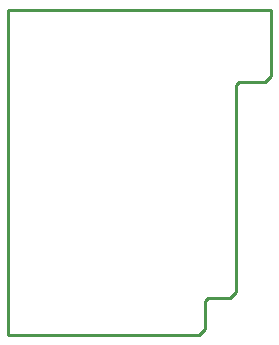
<source format=gko>
G04 start of page 4 for group 2 idx 2 *
G04 Title: (unknown), outline *
G04 Creator: pcb 20140316 *
G04 CreationDate: Tue 15 Mar 2016 09:59:09 PM GMT UTC *
G04 For: commonadmin *
G04 Format: Gerber/RS-274X *
G04 PCB-Dimensions (mil): 900.00 1100.00 *
G04 PCB-Coordinate-Origin: lower left *
%MOIN*%
%FSLAX25Y25*%
%LNOUTLINE*%
%ADD41C,0.0100*%
G54D41*X0Y1500D02*X63500D01*
X65500Y3500D01*
Y13000D01*
X66500Y14000D01*
X74000D01*
X76000Y16000D01*
X0Y110000D02*Y1500D01*
X76000Y16000D02*Y85000D01*
X77000Y86000D01*
X85500D01*
X87500Y88000D01*
Y109500D01*
X0Y110000D02*X87500D01*
Y109000D01*
M02*

</source>
